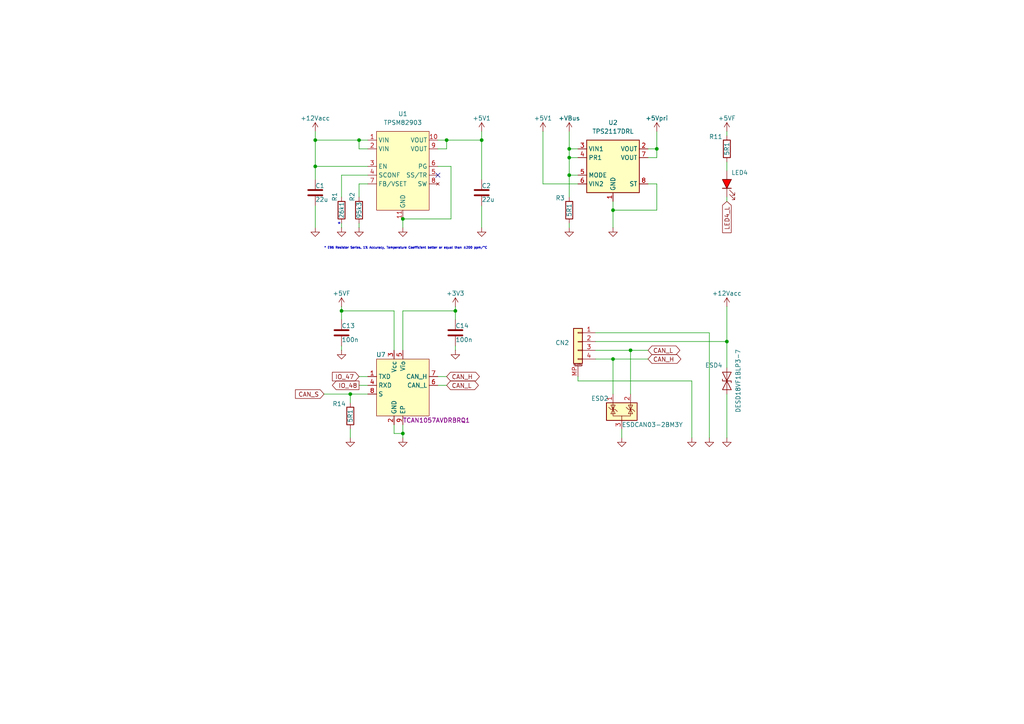
<source format=kicad_sch>
(kicad_sch (version 20250114) (generator "eeschema") (generator_version "9.0")
  (paper "A4")
  (lib_symbols
    (symbol "Connector_Generic_MountingPin:Conn_01x04_MountingPin" (pin_names (offset 1.016) (hide yes))
      (property "Reference" "CN2" (at 2.54 -0.3555 0))
      (symbol "Conn_01x04_MountingPin_1_1"
        (rectangle (start -1.27 3.81) (end 1.27 -6.35) (stroke (width 0.254)) (fill (type background)))
        (rectangle (start -1.27 2.667) (end 0 2.413) (stroke (width 0.1524)))
        (rectangle (start -1.27 0) (end 0 -0.127) (stroke (width 0.1524)))
        (rectangle (start -1.27 -2.413) (end 0 -2.667) (stroke (width 0.1524)))
        (rectangle (start -1.27 -4.953) (end 0 -5.207) (stroke (width 0.1524)))
        (polyline (pts (xy -1.016 -7.112) (xy 1.016 -7.112)) (stroke (width 0.1524)))
        (text "Mounting" (at 0 -6.731 0) (effects (font (size 0.381 0.381))))
        (pin passive line (at -5.08 2.54 0) (length 3.81) (name "GND") (number "1"))
        (pin power_out line (at -5.08 0 0) (length 3.81) (name "+12V") (number "2"))
        (pin bidirectional line (at -5.08 -2.54 0) (length 3.81) (name "CAN_L") (number "3"))
        (pin bidirectional line (at -5.08 -5.08 0) (length 3.81) (name "CAN_H") (number "4"))
        (pin passive line (at 0 -10.16 90) (length 3.048) (name "MountPin") (number "MP"))
      )
    )
    (symbol "Device:C" (pin_numbers (hide yes)) (pin_names (offset 0.254))
      (property "Reference" "C" (at 0.635 2.54 0))
      (property "Value" "C" (at 0.635 -2.54 0))
      (symbol "C_0_1"
        (polyline (pts (xy -2.032 0.762) (xy 2.032 0.762)) (stroke (width 0.508)))
        (polyline (pts (xy -2.032 -0.762) (xy 2.032 -0.762)) (stroke (width 0.508)))
      )
      (symbol "C_1_1"
        (pin passive line (at 0 3.81 270) (length 2.794) (name "~") (number "1"))
        (pin passive line (at 0 -3.81 90) (length 2.794) (name "~") (number "2"))
      )
    )
    (symbol "Device:R" (pin_numbers (hide yes)) (pin_names (offset 0))
      (property "Reference" "R" (at 2.032 0 90))
      (property "Value" "R" (at 0 0 90))
      (symbol "R_0_1"
        (rectangle (start -1.016 -2.54) (end 1.016 2.54) (stroke (width 0.254)))
      )
      (symbol "R_1_1"
        (pin passive line (at 0 3.81 270) (length 1.27) (name "~") (number "1"))
        (pin passive line (at 0 -3.81 90) (length 1.27) (name "~") (number "2"))
      )
    )
    (symbol "PersonalSchematicSymbolLibrary:ESDCAN03-2BM3Y" (pin_names (hide yes))
      (property "Reference" "ESD2" (at -3.81 1.27 0))
      (property "Value" "ESDCAN03-2BM3Y" (at 5.08 -6.35 0))
      (symbol "ESDCAN03-2BM3Y_0_0"
        (pin passive line (at 5.08 -7.62 90) (length 2.54) (name "A") (number "3"))
      )
      (symbol "ESDCAN03-2BM3Y_0_1"
        (rectangle (start 0.635 0) (end 9.525 -5.08) (stroke (width 0.254)) (fill (type background)))
        (polyline (pts (xy 1.27 -1.27) (xy 1.905 -1.905) (xy 3.175 -1.905) (xy 3.81 -2.54)))
        (polyline (pts (xy 2.54 0) (xy 2.54 -1.905)))
        (polyline (pts (xy 2.54 -1.905) (xy 2.54 -3.81) (xy 7.62 -3.81) (xy 7.62 -1.905)))
        (polyline (pts (xy 2.54 -1.905) (xy 3.175 -3.175) (xy 1.905 -3.175) (xy 2.54 -1.905)))
        (polyline (pts (xy 2.54 -1.905) (xy 1.905 -0.635) (xy 3.175 -0.635) (xy 2.54 -1.905) (xy 2.54 -1.27)))
        (polyline (pts (xy 5.08 -3.81) (xy 5.08 -5.08)))
        (polyline (pts (xy 6.35 -1.27) (xy 6.985 -1.905) (xy 7.62 -1.905) (xy 8.255 -1.905) (xy 8.89 -2.54)))
        (polyline (pts (xy 7.62 0) (xy 7.62 -1.905)))
        (polyline (pts (xy 7.62 -1.905) (xy 6.985 -3.175) (xy 8.255 -3.175) (xy 7.62 -1.905)))
        (polyline (pts (xy 7.62 -1.905) (xy 8.255 -0.635) (xy 6.985 -0.635) (xy 7.62 -1.905)))
      )
      (symbol "ESDCAN03-2BM3Y_1_1"
        (pin passive line (at 2.54 2.54 270) (length 2.54) (name "K") (number "1"))
        (pin passive line (at 7.62 2.54 270) (length 2.54) (name "K") (number "2"))
      )
    )
    (symbol "PersonalSchematicSymbolLibrary:LED_Red" (pin_numbers (hide yes)) (pin_names (offset 1.016) (hide yes))
      (property "Reference" "LED" (at 0 2.54 0))
      (property "Value" "Red" (at 0 -2.54 0))
      (symbol "LED_Red_0_1"
        (polyline (pts (xy -3.048 -0.762) (xy -4.572 -2.286) (xy -3.81 -2.286) (xy -4.572 -2.286) (xy -4.572 -1.524)))
        (polyline (pts (xy -1.778 -0.762) (xy -3.302 -2.286) (xy -2.54 -2.286) (xy -3.302 -2.286) (xy -3.302 -1.524)))
        (polyline (pts (xy -1.27 -1.27) (xy -1.27 1.27)) (stroke (width 0.254)))
      )
      (symbol "LED_Red_1_1"
        (polyline (pts (xy 1.27 -1.27) (xy 1.27 1.27) (xy -1.27 0) (xy 1.27 -1.27)) (stroke (width 0.254)) (fill (type color) (color 255 0 0 1)))
        (pin passive line (at -3.81 0 0) (length 2.54) (name "K") (number "1"))
        (pin passive line (at 3.81 0 180) (length 2.54) (name "A") (number "2"))
      )
    )
    (symbol "PersonalSchematicSymbolLibrary:PESD5V0X1BCSF" (pin_numbers (hide yes)) (pin_names (offset 1.016) (hide yes))
      (property "Reference" "ESD" (at 0 2.54 0))
      (property "Value" "PESD5V0X1BCSF" (at 0 -2.54 0))
      (symbol "PESD5V0X1BCSF_0_1"
        (polyline (pts (xy -2.54 -1.27) (xy 0 0) (xy -2.54 1.27) (xy -2.54 -1.27)) (stroke (width 0.2032)))
        (polyline (pts (xy 0.508 1.27) (xy 0 1.27) (xy 0 -1.27) (xy -0.508 -1.27)) (stroke (width 0.2032)))
        (polyline (pts (xy 1.27 0) (xy -1.27 0)))
        (polyline (pts (xy 2.54 1.27) (xy 2.54 -1.27) (xy 0 0) (xy 2.54 1.27)) (stroke (width 0.2032)))
      )
      (symbol "PESD5V0X1BCSF_1_1"
        (pin passive line (at -3.81 0 0) (length 2.54) (name "A1") (number "1"))
        (pin passive line (at 3.81 0 180) (length 2.54) (name "A2") (number "2"))
      )
    )
    (symbol "PersonalSchematicSymbolLibrary:TCAN1057A"
      (property "Reference" "U7" (at -6.35 8.89 0))
      (property "Manufacturer Part Number" "TCAN1057AVDRBRQ1" (at 0 -10.16 0))
      (symbol "TCAN1057A_0_0"
        (pin input line (at -10.16 2.54 0) (length 2.54) (name "TXD") (number "1"))
        (pin output line (at -10.16 0 0) (length 2.54) (name "RXD") (number "4"))
        (pin input line (at -10.16 -2.54 0) (length 2.54) (name "S") (number "8"))
        (pin bidirectional line (at 10.16 2.54 180) (length 2.54) (name "CAN_H") (number "7"))
        (pin bidirectional line (at 10.16 0 180) (length 2.54) (name "CAN_L") (number "6"))
      )
      (symbol "TCAN1057A_1_0"
        (pin power_in line (at -2.54 10.16 270) (length 2.54) (name "Vcc") (number "3"))
        (pin passive line (at -2.54 -11.43 90) (length 2.54) (name "GND") (number "2"))
        (pin power_in line (at 0 10.16 270) (length 2.54) (name "Vio") (number "5"))
        (pin passive line (at 0 -11.43 90) (length 2.54) (name "EP") (number "9"))
      )
      (symbol "TCAN1057A_1_1"
        (rectangle (start -7.62 7.62) (end 7.62 -8.89) (fill (type background)))
      )
    )
    (symbol "PersonalSchematicSymbolLibrary:TPS2117DRL"
      (property "Reference" "U" (at -7.874 9.144 0))
      (property "Value" "TPS2117DRL" (at 0.508 -8.89 0))
      (symbol "TPS2117DRL_0_1"
        (rectangle (start -7.62 7.62) (end 7.62 -7.62) (stroke (width 0.254)) (fill (type background)))
      )
      (symbol "TPS2117DRL_1_0"
        (pin passive line (at 10.16 2.54 180) (length 2.54) (name "VOUT") (number "7"))
      )
      (symbol "TPS2117DRL_1_1"
        (pin power_in line (at -10.16 5.08 0) (length 2.54) (name "VIN1") (number "3"))
        (pin input line (at -10.16 2.54 0) (length 2.54) (name "PR1") (number "4"))
        (pin input line (at -10.16 -2.54 0) (length 2.54) (name "MODE") (number "5"))
        (pin power_in line (at -10.16 -5.08 0) (length 2.54) (name "VIN2") (number "6"))
        (pin power_in line (at 0 -10.16 90) (length 2.54) (name "GND") (number "1"))
        (pin power_out line (at 10.16 5.08 180) (length 2.54) (name "VOUT") (number "2"))
        (pin passive line (at 10.16 -5.08 180) (length 2.54) (name "ST") (number "8"))
      )
    )
    (symbol "PersonalSchematicSymbolLibrary:TPSM82903"
      (property "Reference" "U" (at 0 1.27 0))
      (property "Value" "TPSM82903" (at 5.08 1.27 0))
      (symbol "TPSM82903_0_0"
        (pin passive line (at -2.54 -2.54 0) (length 2.54) (name "VIN") (number "1"))
        (pin passive line (at -2.54 -5.08 0) (length 2.54) (name "VIN") (number "2"))
        (pin input line (at -2.54 -10.16 0) (length 2.54) (name "EN") (number "3"))
        (pin input line (at -2.54 -15.24 0) (length 2.54) (name "FB/VSET") (number "7"))
        (pin power_in line (at 7.62 -25.4 90) (length 2.54) (name "GND") (number "11"))
        (pin power_out line (at 17.78 -2.54 180) (length 2.54) (name "VOUT") (number "10"))
        (pin passive line (at 17.78 -5.08 180) (length 2.54) (name "VOUT") (number "9"))
        (pin passive line (at 17.78 -10.16 180) (length 2.54) (name "PG") (number "6"))
      )
      (symbol "TPSM82903_1_0"
        (pin input line (at -2.54 -12.7 0) (length 2.54) (name "SCONF") (number "4"))
        (pin input line (at 17.78 -12.7 180) (length 2.54) (name "SS/TR") (number "5"))
        (pin no_connect line (at 17.78 -15.24 180) (length 2.54) (name "SW") (number "8"))
      )
      (symbol "TPSM82903_1_1"
        (rectangle (start 0 0) (end 15.24 -22.86) (fill (type background)))
      )
    )
    (symbol "power:+3V3" (power) (pin_numbers (hide yes)) (pin_names (offset 0) (hide yes))
      (property "Value" "+3V3" (at 0 3.556 0))
      (symbol "+3V3_0_1"
        (polyline (pts (xy -0.762 1.27) (xy 0 2.54)))
        (polyline (pts (xy 0 2.54) (xy 0.762 1.27)))
        (polyline (pts (xy 0 0) (xy 0 2.54)))
      )
      (symbol "+3V3_1_1"
        (pin power_in line (at 0 0 90) (length 0) (name "~") (number "1"))
      )
    )
    (symbol "power:+5V" (power) (pin_numbers (hide yes)) (pin_names (offset 0) (hide yes))
      (property "Value" "+5V" (at 0 3.556 0))
      (symbol "+5V_0_1"
        (polyline (pts (xy -0.762 1.27) (xy 0 2.54)))
        (polyline (pts (xy 0 2.54) (xy 0.762 1.27)))
        (polyline (pts (xy 0 0) (xy 0 2.54)))
      )
      (symbol "+5V_1_1"
        (pin power_in line (at 0 0 90) (length 0) (name "~") (number "1"))
      )
    )
    (symbol "power:GND" (power) (pin_numbers (hide yes)) (pin_names (offset 0) (hide yes))
      (property "Value" "GND" (at 0 -3.81 0))
      (symbol "GND_0_1"
        (polyline (pts (xy 0 0) (xy 0 -1.27) (xy 1.27 -1.27) (xy 0 -2.54) (xy -1.27 -1.27) (xy 0 -1.27)))
      )
      (symbol "GND_1_1"
        (pin power_in line (at 0 0 270) (length 0) (name "~") (number "1"))
      )
    )
  )
  (text "* E96 Resistor Series, 1% Accuracy, Temperature Coefficient better or equal than ±200 ppm/°C" (at 93.98 72.39 0) (effects (font (size 0.635 0.635)) (justify left bottom)))
  (text "*" (at 97.79 66.04 0) (effects (font (size 1.27 1.27)) (justify left bottom)))
  (junction (at 99.06 90.17))
  (junction (at 91.44 40.64))
  (junction (at 165.1 50.8))
  (junction (at 165.1 43.18))
  (junction (at 177.8 104.14))
  (junction (at 177.8 60.96))
  (junction (at 129.54 40.64))
  (junction (at 182.88 101.6))
  (junction (at 190.5 43.18))
  (junction (at 210.82 99.06))
  (junction (at 165.1 45.72))
  (junction (at 139.7 40.64))
  (junction (at 116.84 63.5))
  (junction (at 116.84 125.73))
  (junction (at 104.14 40.64))
  (junction (at 91.44 48.26))
  (junction (at 132.08 90.17))
  (junction (at 101.6 114.3))
  (no_connect (at 127 50.8))
  (wire (pts (xy 99.06 64.77) (xy 99.06 66.04)))
  (wire (pts (xy 127 111.76) (xy 129.54 111.76)))
  (wire (pts (xy 139.7 40.64) (xy 129.54 40.64)))
  (wire (pts (xy 127 109.22) (xy 129.54 109.22)))
  (wire (pts (xy 104.14 64.77) (xy 104.14 66.04)))
  (wire (pts (xy 172.72 99.06) (xy 210.82 99.06)))
  (wire (pts (xy 167.64 50.8) (xy 165.1 50.8)))
  (wire (pts (xy 116.84 123.19) (xy 116.84 125.73)))
  (wire (pts (xy 116.84 63.5) (xy 130.81 63.5)))
  (wire (pts (xy 101.6 114.3) (xy 101.6 116.84)))
  (wire (pts (xy 165.1 43.18) (xy 167.64 43.18)))
  (wire (pts (xy 139.7 59.69) (xy 139.7 66.04)))
  (wire (pts (xy 104.14 57.15) (xy 104.14 53.34)))
  (wire (pts (xy 116.84 125.73) (xy 116.84 127)))
  (wire (pts (xy 91.44 59.69) (xy 91.44 66.04)))
  (wire (pts (xy 165.1 38.1) (xy 165.1 43.18)))
  (wire (pts (xy 187.96 45.72) (xy 190.5 45.72)))
  (wire (pts (xy 139.7 40.64) (xy 139.7 52.07)))
  (wire (pts (xy 190.5 53.34) (xy 190.5 60.96)))
  (wire (pts (xy 104.14 43.18) (xy 104.14 40.64)))
  (wire (pts (xy 116.84 90.17) (xy 132.08 90.17)))
  (wire (pts (xy 210.82 46.99) (xy 210.82 49.53)))
  (wire (pts (xy 129.54 40.64) (xy 127 40.64)))
  (wire (pts (xy 104.14 40.64) (xy 106.68 40.64)))
  (wire (pts (xy 132.08 100.33) (xy 132.08 101.6)))
  (wire (pts (xy 139.7 38.1) (xy 139.7 40.64)))
  (wire (pts (xy 167.64 45.72) (xy 165.1 45.72)))
  (wire (pts (xy 130.81 48.26) (xy 130.81 63.5)))
  (wire (pts (xy 180.34 124.46) (xy 180.34 127)))
  (wire (pts (xy 91.44 48.26) (xy 106.68 48.26)))
  (wire (pts (xy 187.96 53.34) (xy 190.5 53.34)))
  (wire (pts (xy 157.48 38.1) (xy 157.48 53.34)))
  (wire (pts (xy 165.1 57.15) (xy 165.1 50.8)))
  (wire (pts (xy 91.44 40.64) (xy 91.44 48.26)))
  (wire (pts (xy 104.14 109.22) (xy 106.68 109.22)))
  (wire (pts (xy 116.84 63.5) (xy 116.84 66.04)))
  (wire (pts (xy 210.82 106.68) (xy 210.82 99.06)))
  (wire (pts (xy 165.1 50.8) (xy 165.1 45.72)))
  (wire (pts (xy 116.84 101.6) (xy 116.84 90.17)))
  (wire (pts (xy 93.98 114.3) (xy 101.6 114.3)))
  (wire (pts (xy 177.8 104.14) (xy 187.96 104.14)))
  (wire (pts (xy 187.96 43.18) (xy 190.5 43.18)))
  (wire (pts (xy 190.5 38.1) (xy 190.5 43.18)))
  (wire (pts (xy 99.06 50.8) (xy 99.06 57.15)))
  (wire (pts (xy 165.1 45.72) (xy 165.1 43.18)))
  (wire (pts (xy 182.88 101.6) (xy 182.88 114.3)))
  (wire (pts (xy 210.82 88.9) (xy 210.82 99.06)))
  (wire (pts (xy 106.68 50.8) (xy 99.06 50.8)))
  (wire (pts (xy 190.5 60.96) (xy 177.8 60.96)))
  (wire (pts (xy 177.8 114.3) (xy 177.8 104.14)))
  (wire (pts (xy 157.48 53.34) (xy 167.64 53.34)))
  (wire (pts (xy 104.14 53.34) (xy 106.68 53.34)))
  (wire (pts (xy 106.68 43.18) (xy 104.14 43.18)))
  (wire (pts (xy 172.72 101.6) (xy 182.88 101.6)))
  (wire (pts (xy 91.44 38.1) (xy 91.44 40.64)))
  (wire (pts (xy 167.64 109.22) (xy 167.64 110.49)))
  (wire (pts (xy 182.88 101.6) (xy 187.96 101.6)))
  (wire (pts (xy 91.44 40.64) (xy 104.14 40.64)))
  (wire (pts (xy 129.54 43.18) (xy 129.54 40.64)))
  (wire (pts (xy 177.8 60.96) (xy 177.8 66.04)))
  (wire (pts (xy 172.72 96.52) (xy 205.74 96.52)))
  (wire (pts (xy 104.14 111.76) (xy 106.68 111.76)))
  (wire (pts (xy 177.8 58.42) (xy 177.8 60.96)))
  (wire (pts (xy 99.06 100.33) (xy 99.06 101.6)))
  (wire (pts (xy 200.66 110.49) (xy 200.66 127)))
  (wire (pts (xy 132.08 90.17) (xy 132.08 92.71)))
  (wire (pts (xy 99.06 90.17) (xy 114.3 90.17)))
  (wire (pts (xy 165.1 64.77) (xy 165.1 66.04)))
  (wire (pts (xy 99.06 88.9) (xy 99.06 90.17)))
  (wire (pts (xy 132.08 88.9) (xy 132.08 90.17)))
  (wire (pts (xy 190.5 45.72) (xy 190.5 43.18)))
  (wire (pts (xy 99.06 90.17) (xy 99.06 92.71)))
  (wire (pts (xy 114.3 123.19) (xy 114.3 125.73)))
  (wire (pts (xy 167.64 110.49) (xy 200.66 110.49)))
  (wire (pts (xy 130.81 48.26) (xy 127 48.26)))
  (wire (pts (xy 101.6 124.46) (xy 101.6 127)))
  (wire (pts (xy 114.3 125.73) (xy 116.84 125.73)))
  (wire (pts (xy 101.6 114.3) (xy 106.68 114.3)))
  (wire (pts (xy 172.72 104.14) (xy 177.8 104.14)))
  (wire (pts (xy 210.82 57.15) (xy 210.82 58.42)))
  (wire (pts (xy 127 43.18) (xy 129.54 43.18)))
  (wire (pts (xy 114.3 90.17) (xy 114.3 101.6)))
  (wire (pts (xy 205.74 96.52) (xy 205.74 127)))
  (wire (pts (xy 210.82 38.1) (xy 210.82 39.37)))
  (wire (pts (xy 210.82 114.3) (xy 210.82 127)))
  (wire (pts (xy 91.44 48.26) (xy 91.44 52.07)))
  (global_label "IO_47" (shape input) (at 104.14 109.22 180) (property "Intersheetrefs" "${INTERSHEET_REFS}" (effects (hide yes))))
  (global_label "CAN_L" (shape bidirectional) (at 187.96 101.6 0) (property "Intersheetrefs" "${INTERSHEET_REFS}" (effects (hide yes))))
  (global_label "CAN_L" (shape bidirectional) (at 129.54 111.76 0) (property "Intersheetrefs" "${INTERSHEET_REFS}" (effects (hide yes))))
  (global_label "LED4_L" (shape input) (at 210.82 58.42 270) (property "Intersheetrefs" "${INTERSHEET_REFS}" (effects (hide yes))))
  (global_label "CAN_S" (shape input) (at 93.98 114.3 180) (property "Intersheetrefs" "${INTERSHEET_REFS}" (effects (hide yes))))
  (global_label "CAN_H" (shape bidirectional) (at 129.54 109.22 0) (property "Intersheetrefs" "${INTERSHEET_REFS}" (effects (hide yes))))
  (global_label "CAN_H" (shape bidirectional) (at 187.96 104.14 0) (property "Intersheetrefs" "${INTERSHEET_REFS}" (effects (hide yes))))
  (global_label "IO_48" (shape output) (at 104.14 111.76 180) (property "Intersheetrefs" "${INTERSHEET_REFS}" (effects (hide yes))))
  (symbol (lib_id "Device:R") (at 210.82 43.18 180) (unit 1)
    (property "Reference" "R11" (at 209.55 40.386 0) (effects (justify left top)))
    (property "Value" "5R1" (at 210.82 43.18 90))
    (property "Footprint" "Resistors:R0201_Nominal" (effects (hide yes)))
    (property "Datasheet" "https://www.mouser.com/ProductDetail/Royalohm/PF01WMF5100TEE?qs=ST9lo4GX8V3Pivkn51oUdQ%3D%3D" (effects (hide yes)))
    (property "Description" "25V 5.1Ω 50mW Thick Film Resistor ±1% 0201 Chip Resistor" (effects (hide yes)))
    (property "Manufacturer" "UNI-ROYAL(Uniroyal Elec)" (effects (hide yes)))
    (property "Manufacturer Part Number" "PF01WMF510KTEE" (effects (hide yes)))
    (property "LCSC" "C50670526" (effects (hide yes)))
    (property "Distributor Link 2" "https://www.mouser.com/ProductDetail/Royalohm/PF01WMF5100TEE?qs=ST9lo4GX8V3Pivkn51oUdQ%3D%3D" (effects (hide yes)))
  )
  (symbol (lib_id "Device:R") (at 101.6 120.65 180) (unit 1)
    (property "Reference" "R14" (at 100.33 117.856 0) (effects (justify left top)))
    (property "Value" "5R1" (at 101.6 120.65 90))
    (property "Footprint" "Resistors:R0201_Nominal" (effects (hide yes)))
    (property "Datasheet" "https://www.mouser.com/ProductDetail/Royalohm/PF01WMF5100TEE?qs=ST9lo4GX8V3Pivkn51oUdQ%3D%3D" (effects (hide yes)))
    (property "Description" "25V 5.1Ω 50mW Thick Film Resistor ±1% 0201 Chip Resistor" (effects (hide yes)))
    (property "Manufacturer" "UNI-ROYAL(Uniroyal Elec)" (effects (hide yes)))
    (property "Manufacturer Part Number" "PF01WMF510KTEE" (effects (hide yes)))
    (property "LCSC" "C50670526" (effects (hide yes)))
    (property "Distributor Link 2" "https://www.mouser.com/ProductDetail/Royalohm/PF01WMF5100TEE?qs=ST9lo4GX8V3Pivkn51oUdQ%3D%3D" (effects (hide yes)))
  )
  (symbol (lib_id "power:GND") (at 177.8 66.04 0) (unit 1)
    (property "Reference" "#PWR011" (effects (hide yes)))
    (property "Value" "GND" (effects (hide yes)))
    (property "Description" "Power symbol creates a global label with name \"GND\" , ground" (effects (hide yes)))
  )
  (symbol (lib_id "Connector_Generic_MountingPin:Conn_01x04_MountingPin") (at 167.64 99.06 0) (mirror y) (unit 1)
    (property "Reference" "CN2" (at 165.1 99.4155 0) (effects (justify left)))
    (property "Value" "BM04B-ACHSS" (effects (hide yes)))
    (property "Footprint" "Personal_FootprintLibrary:JST_ACH_BM04B-ACHSS-A-GAN-ETF_1x04-1MP_P1.20mm_Vertical" (effects (hide yes)))
    (property "Datasheet" "https://www.jst-mfg.com/product/pdf/eng/eACH.pdf?697468fc2c682" (effects (hide yes)))
    (property "Description" "CONN HEADER SMD R/A 4POS 1.2MM" (effects (hide yes)))
    (property "Manufacturer" "JST" (effects (hide yes)))
    (property "Manufacturer Part Number" "BM04B-ACHSS-A-GAN-TF(LF)(SN), BM04B-ACHSS-A-GAN-ETF(LF)(SN)" (effects (hide yes)))
    (property "LCSC" "C46772640, C5246838, C5308725" (effects (hide yes)))
    (property "Distributor Link 1" "https://www.digikey.com/en/products/detail/jst-sales-america-inc/BM04B-ACHSS-A-GAN-TF/1647790" (effects (hide yes)))
    (property "Distributor Link 2" "https://www.mouser.com/ProductDetail/JST-Commercial/BM04B-ACHSS-A-GAN-TFLFSN?qs=QpmGXVUTftFsbdf52tFLQQ%3D%3D" (effects (hide yes)))
    (property "Manufacturer (alt)" "Xunpu" (effects (hide yes)))
    (property "Manufacturer Part Number (alt)" "WAFER-ACH1.2-4PWB" (effects (hide yes)))
  )
  (symbol (lib_id "PersonalSchematicSymbolLibrary:TCAN1057A") (at 116.84 111.76 0) (unit 1)
    (property "Reference" "U7" (at 110.49 102.87 0))
    (property "Value" "TCAN1057AVDRBRQ1" (effects (hide yes)))
    (property "Footprint" "Personal_FootprintLibrary:VSON-8-1EP_3x3mm_P0.65mm_EP1.65x2.4mm_ThermalVias" (effects (hide yes)))
    (property "Datasheet" "https://www.ti.com/lit/ds/symlink/tcan1057a-q1.pdf" (effects (hide yes)))
    (property "Description" "Automotive Fault-Protected CAN FD Transceiver" (effects (hide yes)))
    (property "Manufacturer" "TI" (effects (hide yes)))
    (property "Manufacturer Part Number" "TCAN1057AVDRBRQ1" (at 116.84 121.92 0) (effects (justify left)))
    (property "LCSC" "C3234121" (effects (hide yes)))
    (property "Distributor Link 1" "https://www.digikey.com/en/products/detail/texas-instruments/TCAN1057AVDRBRQ1/15857376" (effects (hide yes)))
    (property "Distributor Link 2" "https://www.mouser.com/ProductDetail/Texas-Instruments/TCAN1057AVDRBRQ1?qs=pBJMDPsKWf3H7%2FKJZPMbcg%3D%3D" (effects (hide yes)))
  )
  (symbol (lib_id "power:GND") (at 200.66 127 0) (unit 1)
    (property "Reference" "#PWR019" (effects (hide yes)))
    (property "Value" "GND" (effects (hide yes)))
    (property "Description" "Power symbol creates a global label with name \"GND\" , ground" (effects (hide yes)))
  )
  (symbol (lib_id "power:+5V") (at 99.06 88.9 0) (unit 1)
    (property "Reference" "#PWR030" (effects (hide yes)))
    (property "Value" "+5VF" (at 99.06 85.09 0))
    (property "Description" "Power symbol creates a global label with name \"+5V\"" (effects (hide yes)))
  )
  (symbol (lib_id "power:+5V") (at 157.48 38.1 0) (unit 1)
    (property "Reference" "#PWR035" (effects (hide yes)))
    (property "Value" "+5V1" (at 157.48 34.29 0))
    (property "Description" "Power symbol creates a global label with name \"+5V\"" (effects (hide yes)))
  )
  (symbol (lib_id "PersonalSchematicSymbolLibrary:TPSM82903") (at 109.22 38.1 0) (unit 1)
    (property "Reference" "U1" (at 116.84 33.02 0))
    (property "Value" "TPSM82903" (at 116.84 35.56 0))
    (property "Footprint" "Personal_FootprintLibrary:uSIP-11_3.0x2.8" (effects (hide yes)))
    (property "Datasheet" "https://www.ti.com/lit/ds/symlink/tpsm82903.pdf" (effects (hide yes)))
    (property "Description" "3-17V, 3A input, stepdown, DC/DC converter, Texas uSIP-11" (effects (hide yes)))
    (property "Manufacturer" "TI" (effects (hide yes)))
    (property "Manufacturer Part Number" "TPSM82903SISR" (effects (hide yes)))
    (property "LCSC" "C6290583" (effects (hide yes)))
    (property "Distributor Link 1" "https://www.digikey.com/en/products/detail/texas-instruments/TPSM82903SISR/17748443" (effects (hide yes)))
    (property "Distributor Link 2" "https://www.mouser.com/ProductDetail/Texas-Instruments/TPSM82903SISR?qs=IPgv5n7u5QZzFdkAEGNjcA%3D%3D" (effects (hide yes)))
  )
  (symbol (lib_id "power:GND") (at 210.82 127 0) (unit 1)
    (property "Reference" "#PWR016" (effects (hide yes)))
    (property "Value" "GND" (effects (hide yes)))
    (property "Description" "Power symbol creates a global label with name \"GND\" , ground" (effects (hide yes)))
  )
  (symbol (lib_id "power:GND") (at 132.08 101.6 0) (unit 1)
    (property "Reference" "#PWR026" (effects (hide yes)))
    (property "Value" "GND" (effects (hide yes)))
    (property "Description" "Power symbol creates a global label with name \"GND\" , ground" (effects (hide yes)))
  )
  (symbol (lib_id "power:GND") (at 139.7 66.04 0) (unit 1)
    (property "Reference" "#PWR07" (effects (hide yes)))
    (property "Value" "GND" (effects (hide yes)))
    (property "Description" "Power symbol creates a global label with name \"GND\" , ground" (effects (hide yes)))
  )
  (symbol (lib_id "PersonalSchematicSymbolLibrary:PESD5V0X1BCSF") (at 210.82 110.49 90) (unit 1)
    (property "Reference" "ESD4" (at 209.55 106.68 90) (effects (justify left top)))
    (property "Value" "DESD18VF1BLP3-7" (at 213.36 110.49 0) (effects (justify top)))
    (property "Footprint" "Personal_FootprintLibrary:DSN0603-2" (effects (hide yes)))
    (property "Datasheet" "https://www.diodes.com/assets/Datasheets/DESD18VF1BLP3.pdf" (effects (hide yes)))
    (property "Description" "TVS DIODE 18VWM 17V X2DFN06032" (effects (hide yes)))
    (property "Manufacturer" "Nexperia" (effects (hide yes)))
    (property "Manufacturer Part Number" "DESD18VF1BLP3-7" (effects (hide yes)))
    (property "LCSC" "C1977475" (effects (hide yes)))
    (property "Distributor Link 1" "https://www.digikey.com/en/products/detail/diodes-incorporated/DESD18VF1BLP3-7/10295148" (effects (hide yes)))
    (property "Distributor Link 2" "https://www.mouser.com/ProductDetail/Diodes-Incorporated/DESD18VF1BLP3-7?qs=gZXFycFWdAMQv6kvKVSKZg%3D%3D" (effects (hide yes)))
  )
  (symbol (lib_id "power:+5V") (at 165.1 38.1 0) (unit 1)
    (property "Reference" "#PWR037" (effects (hide yes)))
    (property "Value" "+VBus" (at 165.1 34.29 0))
    (property "Description" "Power symbol creates a global label with name \"+5V\"" (effects (hide yes)))
  )
  (symbol (lib_id "power:GND") (at 165.1 66.04 0) (unit 1)
    (property "Reference" "#PWR010" (effects (hide yes)))
    (property "Value" "GND" (effects (hide yes)))
    (property "Description" "Power symbol creates a global label with name \"GND\" , ground" (effects (hide yes)))
  )
  (symbol (lib_id "Device:R") (at 165.1 60.96 180) (unit 1)
    (property "Reference" "R3" (at 163.83 58.166 0) (effects (justify left top)))
    (property "Value" "5R1" (at 165.1 60.96 90))
    (property "Footprint" "Resistors:R0201_Nominal" (effects (hide yes)))
    (property "Datasheet" "https://www.mouser.com/ProductDetail/Royalohm/PF01WMF5100TEE?qs=ST9lo4GX8V3Pivkn51oUdQ%3D%3D" (effects (hide yes)))
    (property "Description" "25V 5.1Ω 50mW Thick Film Resistor ±1% 0201 Chip Resistor" (effects (hide yes)))
    (property "Manufacturer" "UNI-ROYAL(Uniroyal Elec)" (effects (hide yes)))
    (property "Manufacturer Part Number" "PF01WMF510KTEE" (effects (hide yes)))
    (property "LCSC" "C50670526" (effects (hide yes)))
    (property "Distributor Link 2" "https://www.mouser.com/ProductDetail/Royalohm/PF01WMF5100TEE?qs=ST9lo4GX8V3Pivkn51oUdQ%3D%3D" (effects (hide yes)))
  )
  (symbol (lib_id "PersonalSchematicSymbolLibrary:LED_Red") (at 210.82 53.34 90) (unit 1)
    (property "Reference" "LED4" (at 212.09 50.8 90) (effects (justify right top)))
    (property "Value" "Red" (effects (hide yes)))
    (property "Footprint" "Personal_FootprintLibrary:LED_0201-2" (effects (hide yes)))
    (property "Datasheet" "https://www.xinglight.cn/uploadfile/202509/3b6082be0f17ff4.pdf" (effects (hide yes)))
    (property "Description" "CHIP LED 0201 RED SMD" (effects (hide yes)))
    (property "Sim.Pins" "1=K 2=A" (effects (hide yes)))
    (property "Manufacturer" "XingLight" (effects (hide yes)))
    (property "Manufacturer Part Number" "XL-0201SURC" (effects (hide yes)))
    (property "LCSC" "C3646923" (effects (hide yes)))
    (property "Distributor Link 1" "https://www.digikey.com/en/products/detail/xinglight/XL-0201SURC/25672952" (effects (hide yes)))
  )
  (symbol (lib_id "power:+5V") (at 139.7 38.1 0) (mirror y) (unit 1)
    (property "Reference" "#PWR044" (effects (hide yes)))
    (property "Value" "+5V1" (at 139.7 34.29 0))
    (property "Description" "Power symbol creates a global label with name \"+5V\"" (effects (hide yes)))
  )
  (symbol (lib_id "power:GND") (at 180.34 127 0) (unit 1)
    (property "Reference" "#PWR023" (effects (hide yes)))
    (property "Value" "GND" (effects (hide yes)))
    (property "Description" "Power symbol creates a global label with name \"GND\" , ground" (effects (hide yes)))
  )
  (symbol (lib_id "power:GND") (at 99.06 101.6 0) (unit 1)
    (property "Reference" "#PWR028" (effects (hide yes)))
    (property "Value" "GND" (effects (hide yes)))
    (property "Description" "Power symbol creates a global label with name \"GND\" , ground" (effects (hide yes)))
  )
  (symbol (lib_id "power:GND") (at 205.74 127 0) (unit 1)
    (property "Reference" "#PWR018" (effects (hide yes)))
    (property "Value" "GND" (effects (hide yes)))
    (property "Description" "Power symbol creates a global label with name \"GND\" , ground" (effects (hide yes)))
  )
  (symbol (lib_id "power:GND") (at 99.06 66.04 0) (unit 1)
    (property "Reference" "#PWR03" (effects (hide yes)))
    (property "Value" "GND" (effects (hide yes)))
    (property "Description" "Power symbol creates a global label with name \"GND\" , ground" (effects (hide yes)))
  )
  (symbol (lib_id "Device:C") (at 132.08 96.52 0) (unit 1)
    (property "Reference" "C14" (at 132.08 94.488 0) (effects (justify left)))
    (property "Value" "100n" (at 132.08 98.552 0) (effects (justify left)))
    (property "Footprint" "Capacitors:C0201_Dense" (effects (hide yes)))
    (property "Description" "Unpolarized capacitor" (effects (hide yes)))
    (property "Manufacturer" "Murata" (effects (hide yes)))
    (property "Manufacturer Part Number" "GRM033Z71C104KE14D" (effects (hide yes)))
    (property "LCSC" "C668346" (effects (hide yes)))
    (property "Distributor Link 1" "https://www.digikey.com/en/products/detail/murata-electronics/GRM033Z71C104KE14D/13904944" (effects (hide yes)))
    (property "Distributor Link 2" "https://www.mouser.com/ProductDetail/Murata-Electronics/GRM033Z71C104KE14D?qs=lEfY3O89AqkdMqrSfAAk2w%3D%3D" (effects (hide yes)))
  )
  (symbol (lib_id "power:GND") (at 91.44 66.04 0) (unit 1)
    (property "Reference" "#PWR02" (effects (hide yes)))
    (property "Value" "GND" (effects (hide yes)))
    (property "Description" "Power symbol creates a global label with name \"GND\" , ground" (effects (hide yes)))
  )
  (symbol (lib_id "PersonalSchematicSymbolLibrary:ESDCAN03-2BM3Y") (at 175.26 116.84 0) (unit 1)
    (property "Reference" "ESD2" (at 171.45 115.57 0) (effects (justify left)))
    (property "Value" "ESDCAN03-2BM3Y" (at 180.34 123.19 0) (effects (justify left)))
    (property "Footprint" "Personal_FootprintLibrary:DFN1110-3" (effects (hide yes)))
    (property "Datasheet" "https://www.st.com/resource/en/datasheet/esdcan03-2bm3y.pdf" (effects (hide yes)))
    (property "Description" "Dual Line CAN Bus Protector, 24Vrwm" (effects (hide yes)))
    (property "Manufacturer" "STMicroelectronics" (effects (hide yes)))
    (property "Manufacturer Part Number" "ESDCAN03-2BM3Y" (effects (hide yes)))
    (property "LCSC" "C3707901" (effects (hide yes)))
    (property "Distributor Link 1" "https://www.digikey.com/en/products/detail/stmicroelectronics/ESDCAN03-2BM3Y/13592602" (effects (hide yes)))
    (property "Distributor Link 2" "https://www.mouser.com/ProductDetail/STMicroelectronics/ESDCAN03-2BM3Y?qs=eP2BKZSCXI69Ymrq8SvcKg%3D%3D" (effects (hide yes)))
  )
  (symbol (lib_id "PersonalSchematicSymbolLibrary:TPS2117DRL") (at 177.8 48.26 0) (unit 1)
    (property "Reference" "U2" (at 177.8 35.56 0))
    (property "Value" "TPS2117DRL" (at 177.8 38.1 0))
    (property "Footprint" "Personal_FootprintLibrary:SOT5x3" (effects (hide yes)))
    (property "Datasheet" "https://www.ti.com/lit/ds/symlink/tps2117.pdf" (effects (hide yes)))
    (property "Description" "2 Channnels Power Mux with Manual and Priority Switchover, 1.6-5.5V Input Voltage, 2.5A Output Current, Ron 40 mOhm, SOT-583-8" (effects (hide yes)))
    (property "Manufacturer" "Texas Instruments" (effects (hide yes)))
    (property "Manufacturer Part Number" "TPS2117DRLR" (effects (hide yes)))
    (property "LCSC" "C22399676" (effects (hide yes)))
    (property "Distributor Link 1" "https://www.digikey.com/en/products/detail/texas-instruments/TPS2117DRLR/21737520" (effects (hide yes)))
    (property "Distributor Link 2" "https://www.mouser.com/ProductDetail/Texas-Instruments/TPS2117DRLR?qs=HoCaDK9Nz5c%2FKe5lpCPPWQ%3D%3D" (effects (hide yes)))
  )
  (symbol (lib_id "Device:C") (at 99.06 96.52 0) (unit 1)
    (property "Reference" "C13" (at 99.06 94.488 0) (effects (justify left)))
    (property "Value" "100n" (at 99.06 98.552 0) (effects (justify left)))
    (property "Footprint" "Capacitors:C0201_Dense" (effects (hide yes)))
    (property "Description" "Unpolarized capacitor" (effects (hide yes)))
    (property "Manufacturer" "Murata" (effects (hide yes)))
    (property "Manufacturer Part Number" "GRM033Z71C104KE14D" (effects (hide yes)))
    (property "LCSC" "C668346" (effects (hide yes)))
    (property "Distributor Link 1" "https://www.digikey.com/en/products/detail/murata-electronics/GRM033Z71C104KE14D/13904944" (effects (hide yes)))
    (property "Distributor Link 2" "https://www.mouser.com/ProductDetail/Murata-Electronics/GRM033Z71C104KE14D?qs=lEfY3O89AqkdMqrSfAAk2w%3D%3D" (effects (hide yes)))
  )
  (symbol (lib_id "Device:C") (at 91.44 55.88 0) (unit 1)
    (property "Reference" "C1" (at 91.44 54.61 0) (effects (justify left bottom)))
    (property "Value" "22u" (at 91.44 57.15 0) (effects (justify left top)))
    (property "Footprint" "Capacitors:C0805_Dense" (effects (hide yes)))
    (property "Datasheet" "https://jlcpcb.com/api/file/downloadByFileSystemAccessId/8579706866429190144" (effects (hide yes)))
    (property "Description" "22uF 25V X5R 20% 0805 SMD" (effects (hide yes)))
    (property "Manufacturer Part Number" "CL21A226MAQNNNE" (effects (hide yes)))
    (property "LCSC" "C45783" (effects (hide yes)))
    (property "Distributor Link 1" "https://www.digikey.com/en/products/detail/samsung-electro-mechanics/CL21A226MAYNNNE/12698679" (effects (hide yes)))
    (property "Distributor Link 2" "https://www.mouser.com/ProductDetail/Samsung-Electro-Mechanics/CL21A226MAQNNNE?qs=yOVawPpwOwn5SPpGykCwnw%3D%3D" (effects (hide yes)))
  )
  (symbol (lib_id "power:+5V") (at 91.44 38.1 0) (unit 1)
    (property "Reference" "#PWR041" (effects (hide yes)))
    (property "Value" "+12Vacc" (at 91.44 34.29 0))
    (property "Description" "Power symbol creates a global label with name \"+5V\"" (effects (hide yes)))
  )
  (symbol (lib_id "power:+5V") (at 190.5 38.1 0) (unit 1)
    (property "Reference" "#PWR040" (effects (hide yes)))
    (property "Value" "+5Vpri" (at 190.5 34.29 0))
    (property "Description" "Power symbol creates a global label with name \"+5V\"" (effects (hide yes)))
  )
  (symbol (lib_id "Device:C") (at 139.7 55.88 0) (unit 1)
    (property "Reference" "C2" (at 139.7 54.61 0) (effects (justify left bottom)))
    (property "Value" "22u" (at 139.7 57.15 0) (effects (justify left top)))
    (property "Footprint" "Capacitors:C0805_Dense" (effects (hide yes)))
    (property "Datasheet" "https://jlcpcb.com/api/file/downloadByFileSystemAccessId/8579706866429190144" (effects (hide yes)))
    (property "Description" "22uF 25V X5R 20% 0805 SMD" (effects (hide yes)))
    (property "Manufacturer Part Number" "CL21A226MAQNNNE" (effects (hide yes)))
    (property "LCSC" "C45783" (effects (hide yes)))
    (property "Distributor Link 1" "https://www.digikey.com/en/products/detail/samsung-electro-mechanics/CL21A226MAYNNNE/12698679" (effects (hide yes)))
    (property "Distributor Link 2" "https://www.mouser.com/ProductDetail/Samsung-Electro-Mechanics/CL21A226MAQNNNE?qs=yOVawPpwOwn5SPpGykCwnw%3D%3D" (effects (hide yes)))
  )
  (symbol (lib_id "power:+5V") (at 210.82 88.9 0) (unit 1)
    (property "Reference" "#PWR043" (effects (hide yes)))
    (property "Value" "+12Vacc" (at 210.82 85.09 0))
    (property "Description" "Power symbol creates a global label with name \"+5V\"" (effects (hide yes)))
  )
  (symbol (lib_id "Device:R") (at 99.06 60.96 0) (unit 1)
    (property "Reference" "R1" (at 97.79 58.42 90) (effects (justify left bottom)))
    (property "Value" "26k1" (at 99.06 60.96 90))
    (property "Footprint" "Resistors:R0201_Nominal" (effects (hide yes)))
    (property "Datasheet" "https://yageogroup.com/content/datasheet/asset/file/PYU-RC_GROUP_51_ROHS_L" (effects (hide yes)))
    (property "Description" "Resistor" (effects (hide yes)))
    (property "Manufacturer" "Yageo" (effects (hide yes)))
    (property "Manufacturer Part Number" "AC0201FR-0726K1L" (effects (hide yes)))
    (property "LCSC" "C910625" (effects (hide yes)))
    (property "Distributor Link 1" "https://www.digikey.com/en/products/detail/yageo/AC0201FR-0726K1L/5894466" (effects (hide yes)))
    (property "Distributor Link 2" "https://www.mouser.com/ProductDetail/YAGEO/AC0201FR-0726K1L?qs=NgbZBzc1CyHdkzjeC2WcqA%3D%3D" (effects (hide yes)))
  )
  (symbol (lib_id "power:GND") (at 116.84 127 0) (unit 1)
    (property "Reference" "#PWR025" (effects (hide yes)))
    (property "Value" "GND" (effects (hide yes)))
    (property "Description" "Power symbol creates a global label with name \"GND\" , ground" (effects (hide yes)))
  )
  (symbol (lib_id "power:GND") (at 101.6 127 0) (unit 1)
    (property "Reference" "#PWR052" (effects (hide yes)))
    (property "Value" "GND" (effects (hide yes)))
    (property "Description" "Power symbol creates a global label with name \"GND\" , ground" (effects (hide yes)))
  )
  (symbol (lib_id "power:GND") (at 116.84 66.04 0) (unit 1)
    (property "Reference" "#PWR06" (effects (hide yes)))
    (property "Value" "GND" (effects (hide yes)))
    (property "Description" "Power symbol creates a global label with name \"GND\" , ground" (effects (hide yes)))
  )
  (symbol (lib_id "power:+3V3") (at 132.08 88.9 0) (unit 1)
    (property "Reference" "#PWR031" (effects (hide yes)))
    (property "Value" "+3V3" (at 132.08 85.09 0))
    (property "Description" "Power symbol creates a global label with name \"+3V3\"" (effects (hide yes)))
  )
  (symbol (lib_id "power:GND") (at 104.14 66.04 0) (unit 1)
    (property "Reference" "#PWR05" (effects (hide yes)))
    (property "Value" "GND" (effects (hide yes)))
    (property "Description" "Power symbol creates a global label with name \"GND\" , ground" (effects (hide yes)))
  )
  (symbol (lib_id "Device:R") (at 104.14 60.96 0) (unit 1)
    (property "Reference" "R2" (at 102.87 58.42 90) (effects (justify left bottom)))
    (property "Value" "95k3" (at 104.14 60.96 90))
    (property "Footprint" "Resistors:R0201_Nominal" (effects (hide yes)))
    (property "Datasheet" "https://jlcpcb.com/api/file/downloadByFileSystemAccessId/8590223907921174529" (effects (hide yes)))
    (property "Description" "95.3kΩ, 25V, 50mW, Thick Film, ±1% 0201 SMD" (effects (hide yes)))
    (property "Manufacturer" "UNI-ROYAL(Uniroyal Elec)" (effects (hide yes)))
    (property "Manufacturer Part Number" "0201WMF9532TEE" (effects (hide yes)))
    (property "LCSC" "C423395" (effects (hide yes)))
    (property "Distributor Link 2" "https://www.mouser.com/ProductDetail/Royalohm/0201WMF9532TEE?qs=e8oIoAS2J1QewOvTgKSw9g%3D%3D" (effects (hide yes)))
  )
  (symbol (lib_id "power:+3V3") (at 210.82 38.1 0) (unit 1)
    (property "Reference" "#PWR09" (effects (hide yes)))
    (property "Value" "+5VF" (at 210.82 34.29 0))
    (property "Description" "Power symbol creates a global label with name \"+3V3\"" (effects (hide yes)))
  )
)
</source>
